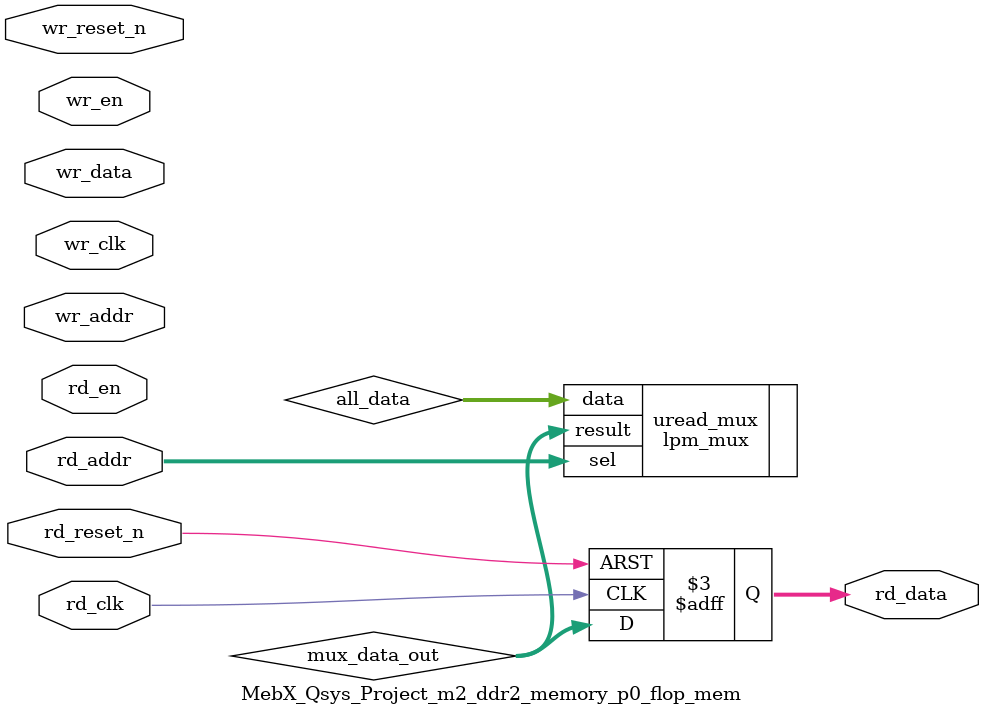
<source format=v>



`timescale 1 ps / 1 ps

(* altera_attribute = "-name ALLOW_SYNCH_CTRL_USAGE ON;-name AUTO_CLOCK_ENABLE_RECOGNITION ON" *)
module MebX_Qsys_Project_m2_ddr2_memory_p0_flop_mem(
	wr_reset_n,
	wr_clk,
	wr_en,
	wr_addr,
	wr_data,
	rd_reset_n,
	rd_clk,
	rd_en,
	rd_addr,
	rd_data
);

parameter WRITE_MEM_DEPTH	= "";
parameter WRITE_ADDR_WIDTH	= "";
parameter WRITE_DATA_WIDTH	= "";
parameter READ_MEM_DEPTH	= "";
parameter READ_ADDR_WIDTH	= "";		 
parameter READ_DATA_WIDTH	= "";


input	wr_reset_n;
input	wr_clk;
input	wr_en;
input	[WRITE_ADDR_WIDTH-1:0] wr_addr;
input	[WRITE_DATA_WIDTH-1:0] wr_data;
input	rd_reset_n;
input	rd_clk;
input	rd_en;
input	[READ_ADDR_WIDTH-1:0] rd_addr;
output	[READ_DATA_WIDTH-1:0] rd_data;



wire	[WRITE_DATA_WIDTH*WRITE_MEM_DEPTH-1:0] all_data;
wire	[READ_DATA_WIDTH-1:0] mux_data_out;



// declare a memory with WRITE_MEM_DEPTH entries
// each entry contains a data size of WRITE_DATA_WIDTH
reg	[WRITE_DATA_WIDTH-1:0] data_stored [0:WRITE_MEM_DEPTH-1] /* synthesis syn_preserve = 1 */;
reg	[READ_DATA_WIDTH-1:0] rd_data;

generate
genvar entry;
	for (entry=0; entry < WRITE_MEM_DEPTH; entry=entry+1)
	begin: mem_location
		assign all_data[(WRITE_DATA_WIDTH*(entry+1)-1) : (WRITE_DATA_WIDTH*entry)] = data_stored[entry]; 
		
		always @(posedge wr_clk or negedge wr_reset_n)
		begin
			if (~wr_reset_n) begin
				data_stored[entry] <= {WRITE_DATA_WIDTH{1'b0}};
			end else begin
				if (wr_en) begin
					if (entry == wr_addr) begin
						data_stored[entry] <= wr_data;
					end
				end
			end
		end		
	end
endgenerate

// mux to select the correct output data based on read address
lpm_mux	uread_mux(
	.sel (rd_addr),
	.data (all_data),
	.result (mux_data_out)
	// synopsys translate_off
	,
	.aclr (),
	.clken (),
	.clock ()
	// synopsys translate_on
	);
 defparam uread_mux.lpm_size = READ_MEM_DEPTH;
 defparam uread_mux.lpm_type = "LPM_MUX";
 defparam uread_mux.lpm_width = READ_DATA_WIDTH;
 defparam uread_mux.lpm_widths = READ_ADDR_WIDTH;

always @(posedge rd_clk or negedge rd_reset_n)	
begin
	if (~rd_reset_n) begin
		rd_data <= {READ_DATA_WIDTH{1'b0}};
	end else begin
		rd_data <= mux_data_out;
	end
end

endmodule

</source>
